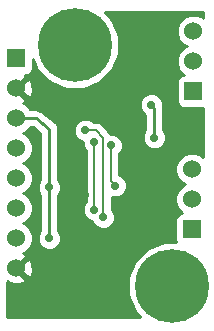
<source format=gbl>
G04 (created by PCBNEW-RS274X (2012-01-19 BZR 3256)-stable) date 08/02/2013 12:46:22*
G01*
G70*
G90*
%MOIN*%
G04 Gerber Fmt 3.4, Leading zero omitted, Abs format*
%FSLAX34Y34*%
G04 APERTURE LIST*
%ADD10C,0.006000*%
%ADD11R,0.060000X0.060000*%
%ADD12C,0.060000*%
%ADD13C,0.246100*%
%ADD14C,0.028000*%
%ADD15C,0.010000*%
G04 APERTURE END LIST*
G54D10*
G54D11*
X43550Y-20950D03*
G54D12*
X43550Y-19950D03*
X43550Y-18950D03*
G54D11*
X43500Y-25550D03*
G54D12*
X43500Y-24550D03*
X43500Y-23550D03*
G54D13*
X42850Y-27450D03*
X39600Y-19400D03*
G54D12*
X37650Y-24850D03*
X37650Y-23850D03*
G54D11*
X37650Y-19850D03*
G54D12*
X37650Y-20850D03*
X37650Y-21850D03*
X37650Y-22850D03*
X37650Y-25850D03*
X37650Y-26850D03*
G54D14*
X38750Y-24150D03*
X38750Y-25850D03*
X40250Y-22650D03*
X40250Y-24900D03*
X40800Y-22750D03*
X40950Y-24100D03*
X39950Y-22250D03*
X40550Y-25150D03*
X39950Y-21500D03*
X42150Y-25400D03*
X41650Y-19250D03*
X39950Y-24400D03*
X39500Y-23450D03*
X38620Y-26960D03*
X43550Y-21900D03*
X41000Y-22200D03*
X42150Y-21400D03*
X42250Y-22500D03*
G54D15*
X38750Y-22200D02*
X38300Y-21850D01*
X38300Y-21850D02*
X37650Y-21850D01*
X38750Y-24150D02*
X38750Y-25850D01*
X38750Y-24150D02*
X38750Y-22200D01*
G54D10*
X38750Y-25850D02*
X38750Y-25850D01*
X40250Y-24900D02*
X40250Y-22650D01*
X40800Y-23950D02*
X40950Y-24100D01*
X40800Y-22750D02*
X40800Y-23950D01*
X40300Y-22250D02*
X40550Y-22500D01*
X39950Y-22250D02*
X40300Y-22250D01*
X40550Y-25150D02*
X40550Y-22500D01*
G54D15*
X42250Y-21500D02*
X42150Y-21400D01*
X42250Y-22500D02*
X42250Y-21500D01*
G54D10*
X42250Y-21500D02*
X42150Y-21400D01*
G36*
X43875Y-23149D02*
X43811Y-23085D01*
X43609Y-23001D01*
X43391Y-23001D01*
X43189Y-23085D01*
X43035Y-23239D01*
X42951Y-23441D01*
X42951Y-23659D01*
X43035Y-23861D01*
X43189Y-24015D01*
X43273Y-24050D01*
X43189Y-24085D01*
X43035Y-24239D01*
X42951Y-24441D01*
X42951Y-24659D01*
X43035Y-24861D01*
X43175Y-25001D01*
X43151Y-25001D01*
X43059Y-25039D01*
X42989Y-25109D01*
X42951Y-25200D01*
X42951Y-25299D01*
X42951Y-25899D01*
X42980Y-25971D01*
X42639Y-25971D01*
X42639Y-22578D01*
X42639Y-22423D01*
X42580Y-22280D01*
X42550Y-22249D01*
X42550Y-21500D01*
X42539Y-21445D01*
X42539Y-21323D01*
X42480Y-21180D01*
X42371Y-21070D01*
X42228Y-21011D01*
X42073Y-21011D01*
X41930Y-21070D01*
X41820Y-21179D01*
X41761Y-21322D01*
X41761Y-21477D01*
X41820Y-21620D01*
X41929Y-21730D01*
X41950Y-21738D01*
X41950Y-22249D01*
X41920Y-22279D01*
X41861Y-22422D01*
X41861Y-22577D01*
X41920Y-22720D01*
X42029Y-22830D01*
X42172Y-22889D01*
X42327Y-22889D01*
X42470Y-22830D01*
X42580Y-22721D01*
X42639Y-22578D01*
X42639Y-25971D01*
X42557Y-25971D01*
X42013Y-26196D01*
X41597Y-26611D01*
X41371Y-27155D01*
X41371Y-27743D01*
X41596Y-28287D01*
X41783Y-28475D01*
X41339Y-28475D01*
X41339Y-24178D01*
X41339Y-24023D01*
X41280Y-23880D01*
X41171Y-23770D01*
X41080Y-23732D01*
X41080Y-23020D01*
X41130Y-22971D01*
X41189Y-22828D01*
X41189Y-22673D01*
X41130Y-22530D01*
X41021Y-22420D01*
X40878Y-22361D01*
X40787Y-22361D01*
X40748Y-22302D01*
X40498Y-22052D01*
X40407Y-21991D01*
X40300Y-21970D01*
X40220Y-21970D01*
X40171Y-21920D01*
X40028Y-21861D01*
X39873Y-21861D01*
X39730Y-21920D01*
X39620Y-22029D01*
X39561Y-22172D01*
X39561Y-22327D01*
X39620Y-22470D01*
X39729Y-22580D01*
X39861Y-22634D01*
X39861Y-22727D01*
X39920Y-22870D01*
X39970Y-22920D01*
X39970Y-24629D01*
X39920Y-24679D01*
X39861Y-24822D01*
X39861Y-24977D01*
X39920Y-25120D01*
X40029Y-25230D01*
X40172Y-25289D01*
X40186Y-25289D01*
X40220Y-25370D01*
X40329Y-25480D01*
X40472Y-25539D01*
X40627Y-25539D01*
X40770Y-25480D01*
X40880Y-25371D01*
X40939Y-25228D01*
X40939Y-25073D01*
X40880Y-24930D01*
X40830Y-24879D01*
X40830Y-24471D01*
X40872Y-24489D01*
X41027Y-24489D01*
X41170Y-24430D01*
X41280Y-24321D01*
X41339Y-24178D01*
X41339Y-28475D01*
X38193Y-28475D01*
X38193Y-26929D01*
X38182Y-26716D01*
X38122Y-26569D01*
X38028Y-26542D01*
X37721Y-26850D01*
X38028Y-27158D01*
X38122Y-27131D01*
X38193Y-26929D01*
X38193Y-28475D01*
X37958Y-28475D01*
X37325Y-28475D01*
X37325Y-27316D01*
X37357Y-27283D01*
X37369Y-27322D01*
X37571Y-27393D01*
X37784Y-27382D01*
X37931Y-27322D01*
X37958Y-27228D01*
X37685Y-26956D01*
X37650Y-26921D01*
X37579Y-26850D01*
X37650Y-26779D01*
X37685Y-26744D01*
X37958Y-26472D01*
X37931Y-26378D01*
X37865Y-26354D01*
X37961Y-26315D01*
X38115Y-26161D01*
X38199Y-25959D01*
X38199Y-25741D01*
X38115Y-25539D01*
X37961Y-25385D01*
X37876Y-25350D01*
X37961Y-25315D01*
X38115Y-25161D01*
X38199Y-24959D01*
X38199Y-24741D01*
X38115Y-24539D01*
X37961Y-24385D01*
X37876Y-24350D01*
X37961Y-24315D01*
X38115Y-24161D01*
X38199Y-23959D01*
X38199Y-23741D01*
X38115Y-23539D01*
X37961Y-23385D01*
X37876Y-23350D01*
X37961Y-23315D01*
X38115Y-23161D01*
X38199Y-22959D01*
X38199Y-22741D01*
X38115Y-22539D01*
X37961Y-22385D01*
X37876Y-22350D01*
X37961Y-22315D01*
X38115Y-22161D01*
X38119Y-22150D01*
X38196Y-22150D01*
X38450Y-22347D01*
X38450Y-23899D01*
X38420Y-23929D01*
X38361Y-24072D01*
X38361Y-24227D01*
X38420Y-24370D01*
X38450Y-24400D01*
X38450Y-25599D01*
X38420Y-25629D01*
X38361Y-25772D01*
X38361Y-25927D01*
X38420Y-26070D01*
X38529Y-26180D01*
X38672Y-26239D01*
X38827Y-26239D01*
X38970Y-26180D01*
X39080Y-26071D01*
X39139Y-25928D01*
X39139Y-25773D01*
X39080Y-25630D01*
X39050Y-25599D01*
X39050Y-24400D01*
X39080Y-24371D01*
X39139Y-24228D01*
X39139Y-24073D01*
X39080Y-23930D01*
X39050Y-23899D01*
X39050Y-22200D01*
X39045Y-22179D01*
X39047Y-22163D01*
X39035Y-22127D01*
X39027Y-22085D01*
X39016Y-22069D01*
X39011Y-22052D01*
X38983Y-22020D01*
X38962Y-21988D01*
X38946Y-21977D01*
X38934Y-21963D01*
X38484Y-21613D01*
X38448Y-21595D01*
X38415Y-21573D01*
X38395Y-21569D01*
X38379Y-21561D01*
X38339Y-21557D01*
X38300Y-21550D01*
X38193Y-21550D01*
X38193Y-20929D01*
X38182Y-20716D01*
X38122Y-20569D01*
X38028Y-20542D01*
X37721Y-20850D01*
X38028Y-21158D01*
X38122Y-21131D01*
X38193Y-20929D01*
X38193Y-21550D01*
X38119Y-21550D01*
X38115Y-21539D01*
X37961Y-21385D01*
X37869Y-21347D01*
X37931Y-21322D01*
X37958Y-21228D01*
X37685Y-20956D01*
X37650Y-20921D01*
X37579Y-20850D01*
X37650Y-20779D01*
X37685Y-20744D01*
X37958Y-20472D01*
X37937Y-20399D01*
X37999Y-20399D01*
X38091Y-20361D01*
X38161Y-20291D01*
X38199Y-20200D01*
X38199Y-20101D01*
X38199Y-19881D01*
X38346Y-20237D01*
X38761Y-20653D01*
X39305Y-20879D01*
X39893Y-20879D01*
X40437Y-20654D01*
X40853Y-20239D01*
X41079Y-19695D01*
X41079Y-19107D01*
X40854Y-18563D01*
X40616Y-18325D01*
X43875Y-18325D01*
X43875Y-18499D01*
X43861Y-18485D01*
X43659Y-18401D01*
X43441Y-18401D01*
X43239Y-18485D01*
X43085Y-18639D01*
X43001Y-18841D01*
X43001Y-19059D01*
X43085Y-19261D01*
X43239Y-19415D01*
X43323Y-19450D01*
X43239Y-19485D01*
X43085Y-19639D01*
X43001Y-19841D01*
X43001Y-20059D01*
X43085Y-20261D01*
X43225Y-20401D01*
X43201Y-20401D01*
X43109Y-20439D01*
X43039Y-20509D01*
X43001Y-20600D01*
X43001Y-20699D01*
X43001Y-21299D01*
X43039Y-21391D01*
X43109Y-21461D01*
X43200Y-21499D01*
X43299Y-21499D01*
X43875Y-21499D01*
X43875Y-23149D01*
X43875Y-23149D01*
G37*
G54D15*
X43875Y-23149D02*
X43811Y-23085D01*
X43609Y-23001D01*
X43391Y-23001D01*
X43189Y-23085D01*
X43035Y-23239D01*
X42951Y-23441D01*
X42951Y-23659D01*
X43035Y-23861D01*
X43189Y-24015D01*
X43273Y-24050D01*
X43189Y-24085D01*
X43035Y-24239D01*
X42951Y-24441D01*
X42951Y-24659D01*
X43035Y-24861D01*
X43175Y-25001D01*
X43151Y-25001D01*
X43059Y-25039D01*
X42989Y-25109D01*
X42951Y-25200D01*
X42951Y-25299D01*
X42951Y-25899D01*
X42980Y-25971D01*
X42639Y-25971D01*
X42639Y-22578D01*
X42639Y-22423D01*
X42580Y-22280D01*
X42550Y-22249D01*
X42550Y-21500D01*
X42539Y-21445D01*
X42539Y-21323D01*
X42480Y-21180D01*
X42371Y-21070D01*
X42228Y-21011D01*
X42073Y-21011D01*
X41930Y-21070D01*
X41820Y-21179D01*
X41761Y-21322D01*
X41761Y-21477D01*
X41820Y-21620D01*
X41929Y-21730D01*
X41950Y-21738D01*
X41950Y-22249D01*
X41920Y-22279D01*
X41861Y-22422D01*
X41861Y-22577D01*
X41920Y-22720D01*
X42029Y-22830D01*
X42172Y-22889D01*
X42327Y-22889D01*
X42470Y-22830D01*
X42580Y-22721D01*
X42639Y-22578D01*
X42639Y-25971D01*
X42557Y-25971D01*
X42013Y-26196D01*
X41597Y-26611D01*
X41371Y-27155D01*
X41371Y-27743D01*
X41596Y-28287D01*
X41783Y-28475D01*
X41339Y-28475D01*
X41339Y-24178D01*
X41339Y-24023D01*
X41280Y-23880D01*
X41171Y-23770D01*
X41080Y-23732D01*
X41080Y-23020D01*
X41130Y-22971D01*
X41189Y-22828D01*
X41189Y-22673D01*
X41130Y-22530D01*
X41021Y-22420D01*
X40878Y-22361D01*
X40787Y-22361D01*
X40748Y-22302D01*
X40498Y-22052D01*
X40407Y-21991D01*
X40300Y-21970D01*
X40220Y-21970D01*
X40171Y-21920D01*
X40028Y-21861D01*
X39873Y-21861D01*
X39730Y-21920D01*
X39620Y-22029D01*
X39561Y-22172D01*
X39561Y-22327D01*
X39620Y-22470D01*
X39729Y-22580D01*
X39861Y-22634D01*
X39861Y-22727D01*
X39920Y-22870D01*
X39970Y-22920D01*
X39970Y-24629D01*
X39920Y-24679D01*
X39861Y-24822D01*
X39861Y-24977D01*
X39920Y-25120D01*
X40029Y-25230D01*
X40172Y-25289D01*
X40186Y-25289D01*
X40220Y-25370D01*
X40329Y-25480D01*
X40472Y-25539D01*
X40627Y-25539D01*
X40770Y-25480D01*
X40880Y-25371D01*
X40939Y-25228D01*
X40939Y-25073D01*
X40880Y-24930D01*
X40830Y-24879D01*
X40830Y-24471D01*
X40872Y-24489D01*
X41027Y-24489D01*
X41170Y-24430D01*
X41280Y-24321D01*
X41339Y-24178D01*
X41339Y-28475D01*
X38193Y-28475D01*
X38193Y-26929D01*
X38182Y-26716D01*
X38122Y-26569D01*
X38028Y-26542D01*
X37721Y-26850D01*
X38028Y-27158D01*
X38122Y-27131D01*
X38193Y-26929D01*
X38193Y-28475D01*
X37958Y-28475D01*
X37325Y-28475D01*
X37325Y-27316D01*
X37357Y-27283D01*
X37369Y-27322D01*
X37571Y-27393D01*
X37784Y-27382D01*
X37931Y-27322D01*
X37958Y-27228D01*
X37685Y-26956D01*
X37650Y-26921D01*
X37579Y-26850D01*
X37650Y-26779D01*
X37685Y-26744D01*
X37958Y-26472D01*
X37931Y-26378D01*
X37865Y-26354D01*
X37961Y-26315D01*
X38115Y-26161D01*
X38199Y-25959D01*
X38199Y-25741D01*
X38115Y-25539D01*
X37961Y-25385D01*
X37876Y-25350D01*
X37961Y-25315D01*
X38115Y-25161D01*
X38199Y-24959D01*
X38199Y-24741D01*
X38115Y-24539D01*
X37961Y-24385D01*
X37876Y-24350D01*
X37961Y-24315D01*
X38115Y-24161D01*
X38199Y-23959D01*
X38199Y-23741D01*
X38115Y-23539D01*
X37961Y-23385D01*
X37876Y-23350D01*
X37961Y-23315D01*
X38115Y-23161D01*
X38199Y-22959D01*
X38199Y-22741D01*
X38115Y-22539D01*
X37961Y-22385D01*
X37876Y-22350D01*
X37961Y-22315D01*
X38115Y-22161D01*
X38119Y-22150D01*
X38196Y-22150D01*
X38450Y-22347D01*
X38450Y-23899D01*
X38420Y-23929D01*
X38361Y-24072D01*
X38361Y-24227D01*
X38420Y-24370D01*
X38450Y-24400D01*
X38450Y-25599D01*
X38420Y-25629D01*
X38361Y-25772D01*
X38361Y-25927D01*
X38420Y-26070D01*
X38529Y-26180D01*
X38672Y-26239D01*
X38827Y-26239D01*
X38970Y-26180D01*
X39080Y-26071D01*
X39139Y-25928D01*
X39139Y-25773D01*
X39080Y-25630D01*
X39050Y-25599D01*
X39050Y-24400D01*
X39080Y-24371D01*
X39139Y-24228D01*
X39139Y-24073D01*
X39080Y-23930D01*
X39050Y-23899D01*
X39050Y-22200D01*
X39045Y-22179D01*
X39047Y-22163D01*
X39035Y-22127D01*
X39027Y-22085D01*
X39016Y-22069D01*
X39011Y-22052D01*
X38983Y-22020D01*
X38962Y-21988D01*
X38946Y-21977D01*
X38934Y-21963D01*
X38484Y-21613D01*
X38448Y-21595D01*
X38415Y-21573D01*
X38395Y-21569D01*
X38379Y-21561D01*
X38339Y-21557D01*
X38300Y-21550D01*
X38193Y-21550D01*
X38193Y-20929D01*
X38182Y-20716D01*
X38122Y-20569D01*
X38028Y-20542D01*
X37721Y-20850D01*
X38028Y-21158D01*
X38122Y-21131D01*
X38193Y-20929D01*
X38193Y-21550D01*
X38119Y-21550D01*
X38115Y-21539D01*
X37961Y-21385D01*
X37869Y-21347D01*
X37931Y-21322D01*
X37958Y-21228D01*
X37685Y-20956D01*
X37650Y-20921D01*
X37579Y-20850D01*
X37650Y-20779D01*
X37685Y-20744D01*
X37958Y-20472D01*
X37937Y-20399D01*
X37999Y-20399D01*
X38091Y-20361D01*
X38161Y-20291D01*
X38199Y-20200D01*
X38199Y-20101D01*
X38199Y-19881D01*
X38346Y-20237D01*
X38761Y-20653D01*
X39305Y-20879D01*
X39893Y-20879D01*
X40437Y-20654D01*
X40853Y-20239D01*
X41079Y-19695D01*
X41079Y-19107D01*
X40854Y-18563D01*
X40616Y-18325D01*
X43875Y-18325D01*
X43875Y-18499D01*
X43861Y-18485D01*
X43659Y-18401D01*
X43441Y-18401D01*
X43239Y-18485D01*
X43085Y-18639D01*
X43001Y-18841D01*
X43001Y-19059D01*
X43085Y-19261D01*
X43239Y-19415D01*
X43323Y-19450D01*
X43239Y-19485D01*
X43085Y-19639D01*
X43001Y-19841D01*
X43001Y-20059D01*
X43085Y-20261D01*
X43225Y-20401D01*
X43201Y-20401D01*
X43109Y-20439D01*
X43039Y-20509D01*
X43001Y-20600D01*
X43001Y-20699D01*
X43001Y-21299D01*
X43039Y-21391D01*
X43109Y-21461D01*
X43200Y-21499D01*
X43299Y-21499D01*
X43875Y-21499D01*
X43875Y-23149D01*
M02*

</source>
